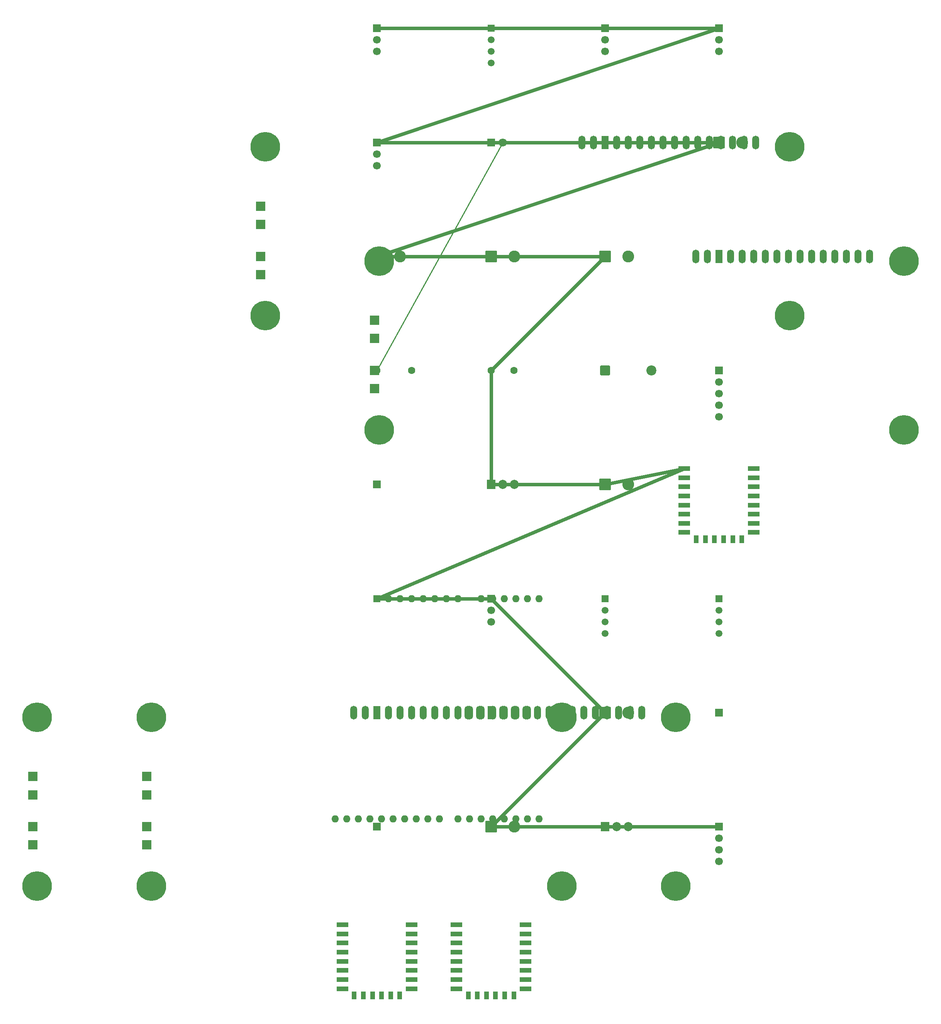
<source format=gtl>
%TF.GenerationSoftware,KiCad,Pcbnew,9.0.7*%
%TF.CreationDate,2026-02-17T01:20:27+05:30*%
%TF.ProjectId,design,64657369-676e-42e6-9b69-6361645f7063,rev?*%
%TF.SameCoordinates,Original*%
%TF.FileFunction,Copper,L1,Top*%
%TF.FilePolarity,Positive*%
%FSLAX46Y46*%
G04 Gerber Fmt 4.6, Leading zero omitted, Abs format (unit mm)*
G04 Created by KiCad (PCBNEW 9.0.7) date 2026-02-17 01:20:27*
%MOMM*%
%LPD*%
G01*
G04 APERTURE LIST*
G04 Aperture macros list*
%AMRoundRect*
0 Rectangle with rounded corners*
0 $1 Rounding radius*
0 $2 $3 $4 $5 $6 $7 $8 $9 X,Y pos of 4 corners*
0 Add a 4 corners polygon primitive as box body*
4,1,4,$2,$3,$4,$5,$6,$7,$8,$9,$2,$3,0*
0 Add four circle primitives for the rounded corners*
1,1,$1+$1,$2,$3*
1,1,$1+$1,$4,$5*
1,1,$1+$1,$6,$7*
1,1,$1+$1,$8,$9*
0 Add four rect primitives between the rounded corners*
20,1,$1+$1,$2,$3,$4,$5,0*
20,1,$1+$1,$4,$5,$6,$7,0*
20,1,$1+$1,$6,$7,$8,$9,0*
20,1,$1+$1,$8,$9,$2,$3,0*%
G04 Aperture macros list end*
%TA.AperFunction,ComponentPad*%
%ADD10R,1.700000X1.700000*%
%TD*%
%TA.AperFunction,ComponentPad*%
%ADD11C,1.700000*%
%TD*%
%TA.AperFunction,SMDPad,CuDef*%
%ADD12R,2.500000X1.000000*%
%TD*%
%TA.AperFunction,SMDPad,CuDef*%
%ADD13R,1.000000X1.800000*%
%TD*%
%TA.AperFunction,ComponentPad*%
%ADD14RoundRect,0.250000X-1.050000X-1.050000X1.050000X-1.050000X1.050000X1.050000X-1.050000X1.050000X0*%
%TD*%
%TA.AperFunction,ComponentPad*%
%ADD15C,2.600000*%
%TD*%
%TA.AperFunction,ComponentPad*%
%ADD16R,1.905000X2.000000*%
%TD*%
%TA.AperFunction,ComponentPad*%
%ADD17O,1.905000X2.000000*%
%TD*%
%TA.AperFunction,ComponentPad*%
%ADD18R,1.500000X1.500000*%
%TD*%
%TA.AperFunction,ComponentPad*%
%ADD19C,1.500000*%
%TD*%
%TA.AperFunction,ComponentPad*%
%ADD20R,1.600000X1.600000*%
%TD*%
%TA.AperFunction,ComponentPad*%
%ADD21O,1.600000X1.600000*%
%TD*%
%TA.AperFunction,ComponentPad*%
%ADD22C,6.500000*%
%TD*%
%TA.AperFunction,ComponentPad*%
%ADD23R,1.500000X3.000000*%
%TD*%
%TA.AperFunction,ComponentPad*%
%ADD24O,1.500000X3.000000*%
%TD*%
%TA.AperFunction,ComponentPad*%
%ADD25R,2.000000X2.000000*%
%TD*%
%TA.AperFunction,ComponentPad*%
%ADD26C,1.600000*%
%TD*%
%TA.AperFunction,ComponentPad*%
%ADD27RoundRect,0.249999X-0.850001X-0.850001X0.850001X-0.850001X0.850001X0.850001X-0.850001X0.850001X0*%
%TD*%
%TA.AperFunction,ComponentPad*%
%ADD28C,2.200000*%
%TD*%
%TA.AperFunction,ComponentPad*%
%ADD29R,1.800000X1.800000*%
%TD*%
%TA.AperFunction,ComponentPad*%
%ADD30C,1.800000*%
%TD*%
%TA.AperFunction,Conductor*%
%ADD31C,0.250000*%
%TD*%
%TA.AperFunction,Conductor*%
%ADD32C,0.800000*%
%TD*%
G04 APERTURE END LIST*
D10*
%TO.P,U55,1*%
%TO.N,GND*%
X125000000Y-225000000D03*
D11*
%TO.P,U55,2*%
%TO.N,N/C*%
X125000000Y-227540000D03*
%TO.P,U55,3*%
X125000000Y-230080000D03*
%TO.P,U55,4*%
X125000000Y-232620000D03*
%TD*%
D12*
%TO.P,U58,1*%
%TO.N,N/C*%
X67400000Y-246500000D03*
%TO.P,U58,2*%
X67400000Y-248500000D03*
%TO.P,U58,3*%
X67400000Y-250500000D03*
%TO.P,U58,4*%
X67400000Y-252500000D03*
%TO.P,U58,5*%
X67400000Y-254500000D03*
%TO.P,U58,6*%
X67400000Y-256500000D03*
%TO.P,U58,7*%
X67400000Y-258500000D03*
%TO.P,U58,8*%
X67400000Y-260500000D03*
D13*
%TO.P,U58,9*%
X70000000Y-262000000D03*
%TO.P,U58,10*%
X72000000Y-262000000D03*
%TO.P,U58,11*%
X74000000Y-262000000D03*
%TO.P,U58,12*%
X76000000Y-262000000D03*
%TO.P,U58,13*%
X78000000Y-262000000D03*
%TO.P,U58,14*%
X80000000Y-262000000D03*
D12*
%TO.P,U58,15*%
X82600000Y-260500000D03*
%TO.P,U58,16*%
X82600000Y-258500000D03*
%TO.P,U58,17*%
X82600000Y-256500000D03*
%TO.P,U58,18*%
X82600000Y-254500000D03*
%TO.P,U58,19*%
X82600000Y-252500000D03*
%TO.P,U58,20*%
X82600000Y-250500000D03*
%TO.P,U58,21*%
X82600000Y-248500000D03*
%TO.P,U58,22*%
X82600000Y-246500000D03*
%TD*%
D14*
%TO.P,M18,1*%
%TO.N,GND*%
X75000000Y-100000000D03*
D15*
%TO.P,M18,2*%
%TO.N,N/C*%
X80080000Y-100000000D03*
%TD*%
D12*
%TO.P,U32,1*%
%TO.N,GND*%
X117400000Y-146500000D03*
%TO.P,U32,2*%
%TO.N,N/C*%
X117400000Y-148500000D03*
%TO.P,U32,3*%
X117400000Y-150500000D03*
%TO.P,U32,4*%
X117400000Y-152500000D03*
%TO.P,U32,5*%
X117400000Y-154500000D03*
%TO.P,U32,6*%
X117400000Y-156500000D03*
%TO.P,U32,7*%
X117400000Y-158500000D03*
%TO.P,U32,8*%
X117400000Y-160500000D03*
D13*
%TO.P,U32,9*%
X120000000Y-162000000D03*
%TO.P,U32,10*%
X122000000Y-162000000D03*
%TO.P,U32,11*%
X124000000Y-162000000D03*
%TO.P,U32,12*%
X126000000Y-162000000D03*
%TO.P,U32,13*%
X128000000Y-162000000D03*
%TO.P,U32,14*%
X130000000Y-162000000D03*
D12*
%TO.P,U32,15*%
X132600000Y-160500000D03*
%TO.P,U32,16*%
X132600000Y-158500000D03*
%TO.P,U32,17*%
X132600000Y-156500000D03*
%TO.P,U32,18*%
X132600000Y-154500000D03*
%TO.P,U32,19*%
X132600000Y-152500000D03*
%TO.P,U32,20*%
X132600000Y-150500000D03*
%TO.P,U32,21*%
X132600000Y-148500000D03*
%TO.P,U32,22*%
X132600000Y-146500000D03*
%TD*%
D10*
%TO.P,U10,1*%
%TO.N,GND*%
X50000000Y-75000000D03*
D11*
%TO.P,U10,2*%
%TO.N,N/C*%
X50000000Y-77540000D03*
%TO.P,U10,3*%
X50000000Y-80080000D03*
%TD*%
D14*
%TO.P,M19,1*%
%TO.N,GND*%
X100000000Y-100000000D03*
D15*
%TO.P,M19,2*%
%TO.N,N/C*%
X105080000Y-100000000D03*
%TD*%
D16*
%TO.P,U54,1*%
%TO.N,GND*%
X100000000Y-225000000D03*
D17*
%TO.P,U54,2*%
%TO.N,N/C*%
X102540000Y-225000000D03*
%TO.P,U54,3*%
X105080000Y-225000000D03*
%TD*%
D18*
%TO.P,U39,1*%
%TO.N,N/C*%
X125000000Y-175000000D03*
D19*
%TO.P,U39,2*%
X125000000Y-177540000D03*
%TO.P,U39,3*%
X125000000Y-180080000D03*
%TO.P,U39,4*%
X125000000Y-182620000D03*
%TD*%
D14*
%TO.P,M16,1*%
%TO.N,GND*%
X125000000Y-75000000D03*
D15*
%TO.P,M16,2*%
%TO.N,N/C*%
X130080000Y-75000000D03*
%TD*%
D10*
%TO.P,U52,1*%
%TO.N,N/C*%
X50000000Y-225000000D03*
%TD*%
%TO.P,U26,1*%
%TO.N,N/C*%
X125000000Y-125000000D03*
D11*
%TO.P,U26,2*%
X125000000Y-127540000D03*
%TO.P,U26,3*%
X125000000Y-130080000D03*
%TO.P,U26,4*%
X125000000Y-132620000D03*
%TO.P,U26,5*%
X125000000Y-135160000D03*
%TD*%
D20*
%TO.P,U35,1*%
%TO.N,GND*%
X50000000Y-175000000D03*
D21*
%TO.P,U35,2*%
%TO.N,N/C*%
X52540000Y-175000000D03*
%TO.P,U35,3*%
X55080000Y-175000000D03*
%TO.P,U35,4*%
X57620000Y-175000000D03*
%TO.P,U35,5*%
X60160000Y-175000000D03*
%TO.P,U35,6*%
X62700000Y-175000000D03*
%TO.P,U35,7*%
X65240000Y-175000000D03*
%TO.P,U35,8*%
X67780000Y-175000000D03*
%TO.P,U35,9*%
X72860000Y-175000000D03*
%TO.P,U35,10*%
X75400000Y-175000000D03*
%TO.P,U35,11*%
X77940000Y-175000000D03*
%TO.P,U35,12*%
X80480000Y-175000000D03*
%TO.P,U35,13*%
X83020000Y-175000000D03*
%TO.P,U35,14*%
X85560000Y-175000000D03*
%TO.P,U35,15*%
X85560000Y-223260000D03*
%TO.P,U35,16*%
X83020000Y-223260000D03*
%TO.P,U35,17*%
X80480000Y-223260000D03*
%TO.P,U35,18*%
X77940000Y-223260000D03*
%TO.P,U35,19*%
X75400000Y-223260000D03*
%TO.P,U35,20*%
X72860000Y-223260000D03*
%TO.P,U35,21*%
X70320000Y-223260000D03*
%TO.P,U35,22*%
X67780000Y-223260000D03*
%TO.P,U35,23*%
X63720000Y-223260000D03*
%TO.P,U35,24*%
X61180000Y-223260000D03*
%TO.P,U35,25*%
X58640000Y-223260000D03*
%TO.P,U35,26*%
X56100000Y-223260000D03*
%TO.P,U35,27*%
X53560000Y-223260000D03*
%TO.P,U35,28*%
X51020000Y-223260000D03*
%TO.P,U35,29*%
X48480000Y-223260000D03*
%TO.P,U35,30*%
X45940000Y-223260000D03*
%TO.P,U35,31*%
X43400000Y-223260000D03*
%TO.P,U35,32*%
X40860000Y-223260000D03*
%TD*%
D14*
%TO.P,BT53,1*%
%TO.N,GND*%
X75000000Y-225000000D03*
D15*
%TO.P,BT53,2*%
%TO.N,N/C*%
X80080000Y-225000000D03*
%TD*%
D10*
%TO.P,U3,1*%
%TO.N,GND*%
X50000000Y-50000000D03*
D11*
%TO.P,U3,2*%
%TO.N,N/C*%
X50000000Y-52540000D03*
%TO.P,U3,3*%
X50000000Y-55080000D03*
%TD*%
D18*
%TO.P,U38,1*%
%TO.N,N/C*%
X100000000Y-175000000D03*
D19*
%TO.P,U38,2*%
X100000000Y-177540000D03*
%TO.P,U38,3*%
X100000000Y-180080000D03*
%TO.P,U38,4*%
X100000000Y-182620000D03*
%TD*%
D18*
%TO.P,U4,1*%
%TO.N,GND*%
X75000000Y-50000000D03*
D19*
%TO.P,U4,2*%
%TO.N,N/C*%
X75000000Y-52540000D03*
%TO.P,U4,3*%
X75000000Y-55080000D03*
%TO.P,U4,4*%
X75000000Y-57620000D03*
%TD*%
D12*
%TO.P,U57,1*%
%TO.N,N/C*%
X42400000Y-246500000D03*
%TO.P,U57,2*%
X42400000Y-248500000D03*
%TO.P,U57,3*%
X42400000Y-250500000D03*
%TO.P,U57,4*%
X42400000Y-252500000D03*
%TO.P,U57,5*%
X42400000Y-254500000D03*
%TO.P,U57,6*%
X42400000Y-256500000D03*
%TO.P,U57,7*%
X42400000Y-258500000D03*
%TO.P,U57,8*%
X42400000Y-260500000D03*
D13*
%TO.P,U57,9*%
X45000000Y-262000000D03*
%TO.P,U57,10*%
X47000000Y-262000000D03*
%TO.P,U57,11*%
X49000000Y-262000000D03*
%TO.P,U57,12*%
X51000000Y-262000000D03*
%TO.P,U57,13*%
X53000000Y-262000000D03*
%TO.P,U57,14*%
X55000000Y-262000000D03*
D12*
%TO.P,U57,15*%
X57600000Y-260500000D03*
%TO.P,U57,16*%
X57600000Y-258500000D03*
%TO.P,U57,17*%
X57600000Y-256500000D03*
%TO.P,U57,18*%
X57600000Y-254500000D03*
%TO.P,U57,19*%
X57600000Y-252500000D03*
%TO.P,U57,20*%
X57600000Y-250500000D03*
%TO.P,U57,21*%
X57600000Y-248500000D03*
%TO.P,U57,22*%
X57600000Y-246500000D03*
%TD*%
D22*
%TO.P,U46,*%
%TO.N,*%
X500000Y-201000000D03*
X500000Y-238000000D03*
X115500000Y-201000000D03*
X115500000Y-238000000D03*
D23*
%TO.P,U46,1*%
%TO.N,N/C*%
X75000000Y-200000000D03*
D24*
%TO.P,U46,2*%
X77540000Y-200000000D03*
%TO.P,U46,3*%
X80080000Y-200000000D03*
%TO.P,U46,4*%
X82620000Y-200000000D03*
%TO.P,U46,5*%
X85160000Y-200000000D03*
%TO.P,U46,6*%
X87700000Y-200000000D03*
%TO.P,U46,7*%
X90240000Y-200000000D03*
%TO.P,U46,8*%
X92780000Y-200000000D03*
%TO.P,U46,9*%
X95320000Y-200000000D03*
%TO.P,U46,10*%
X97860000Y-200000000D03*
%TO.P,U46,11*%
X100400000Y-200000000D03*
%TO.P,U46,12*%
X102940000Y-200000000D03*
%TO.P,U46,13*%
X105480000Y-200000000D03*
%TO.P,U46,14*%
X108020000Y-200000000D03*
%TO.P,U46,15*%
X72460000Y-200000000D03*
%TO.P,U46,16*%
X69920000Y-200000000D03*
D25*
%TO.P,U46,A1*%
X-500000Y-214000000D03*
%TO.P,U46,A2*%
X-500000Y-225000000D03*
%TO.P,U46,K1*%
X-500000Y-218000000D03*
%TO.P,U46,K2*%
X-500000Y-229000000D03*
%TD*%
D10*
%TO.P,U9,1*%
%TO.N,GND*%
X125000000Y-50000000D03*
D11*
%TO.P,U9,2*%
%TO.N,N/C*%
X125000000Y-52540000D03*
%TO.P,U9,3*%
X125000000Y-55080000D03*
%TD*%
D22*
%TO.P,U45,*%
%TO.N,*%
X-24500000Y-201000000D03*
X-24500000Y-238000000D03*
X90500000Y-201000000D03*
X90500000Y-238000000D03*
D23*
%TO.P,U45,1*%
%TO.N,N/C*%
X50000000Y-200000000D03*
D24*
%TO.P,U45,2*%
X52540000Y-200000000D03*
%TO.P,U45,3*%
X55080000Y-200000000D03*
%TO.P,U45,4*%
X57620000Y-200000000D03*
%TO.P,U45,5*%
X60160000Y-200000000D03*
%TO.P,U45,6*%
X62700000Y-200000000D03*
%TO.P,U45,7*%
X65240000Y-200000000D03*
%TO.P,U45,8*%
X67780000Y-200000000D03*
%TO.P,U45,9*%
X70320000Y-200000000D03*
%TO.P,U45,10*%
X72860000Y-200000000D03*
%TO.P,U45,11*%
X75400000Y-200000000D03*
%TO.P,U45,12*%
X77940000Y-200000000D03*
%TO.P,U45,13*%
X80480000Y-200000000D03*
%TO.P,U45,14*%
X83020000Y-200000000D03*
%TO.P,U45,15*%
X47460000Y-200000000D03*
%TO.P,U45,16*%
X44920000Y-200000000D03*
D25*
%TO.P,U45,A1*%
X-25500000Y-214000000D03*
%TO.P,U45,A2*%
X-25500000Y-225000000D03*
%TO.P,U45,K1*%
X-25500000Y-218000000D03*
%TO.P,U45,K2*%
X-25500000Y-229000000D03*
%TD*%
D26*
%TO.P,C23,1*%
%TO.N,GND*%
X75000000Y-125000000D03*
%TO.P,C23,2*%
%TO.N,N/C*%
X80000000Y-125000000D03*
%TD*%
D22*
%TO.P,U21,*%
%TO.N,*%
X50500000Y-101000000D03*
X50500000Y-138000000D03*
X165500000Y-101000000D03*
X165500000Y-138000000D03*
D23*
%TO.P,U21,1*%
%TO.N,N/C*%
X125000000Y-100000000D03*
D24*
%TO.P,U21,2*%
X127540000Y-100000000D03*
%TO.P,U21,3*%
X130080000Y-100000000D03*
%TO.P,U21,4*%
X132620000Y-100000000D03*
%TO.P,U21,5*%
X135160000Y-100000000D03*
%TO.P,U21,6*%
X137700000Y-100000000D03*
%TO.P,U21,7*%
X140240000Y-100000000D03*
%TO.P,U21,8*%
X142780000Y-100000000D03*
%TO.P,U21,9*%
X145320000Y-100000000D03*
%TO.P,U21,10*%
X147860000Y-100000000D03*
%TO.P,U21,11*%
X150400000Y-100000000D03*
%TO.P,U21,12*%
X152940000Y-100000000D03*
%TO.P,U21,13*%
X155480000Y-100000000D03*
%TO.P,U21,14*%
X158020000Y-100000000D03*
%TO.P,U21,15*%
X122460000Y-100000000D03*
%TO.P,U21,16*%
X119920000Y-100000000D03*
D25*
%TO.P,U21,A1*%
X49500000Y-114000000D03*
%TO.P,U21,A2*%
X49500000Y-125000000D03*
%TO.P,U21,K1*%
X49500000Y-118000000D03*
%TO.P,U21,K2*%
X49500000Y-129000000D03*
%TD*%
D27*
%TO.P,D25,1*%
%TO.N,N/C*%
X100000000Y-125000000D03*
D28*
%TO.P,D25,2*%
X110160000Y-125000000D03*
%TD*%
D10*
%TO.P,J51,1*%
%TO.N,N/C*%
X125000000Y-200000000D03*
%TD*%
D16*
%TO.P,U29,1*%
%TO.N,GND*%
X75000000Y-150000000D03*
D17*
%TO.P,U29,2*%
%TO.N,N/C*%
X77540000Y-150000000D03*
%TO.P,U29,3*%
X80080000Y-150000000D03*
%TD*%
D14*
%TO.P,BT30,1*%
%TO.N,GND*%
X100000000Y-150000000D03*
D15*
%TO.P,BT30,2*%
%TO.N,N/C*%
X105080000Y-150000000D03*
%TD*%
D10*
%TO.P,J27,1*%
%TO.N,N/C*%
X50000000Y-150000000D03*
%TD*%
D14*
%TO.P,M17,1*%
%TO.N,GND*%
X50000000Y-100000000D03*
D15*
%TO.P,M17,2*%
%TO.N,N/C*%
X55080000Y-100000000D03*
%TD*%
D22*
%TO.P,U13,*%
%TO.N,*%
X25500000Y-76000000D03*
X25500000Y-113000000D03*
X140500000Y-76000000D03*
X140500000Y-113000000D03*
D23*
%TO.P,U13,1*%
%TO.N,N/C*%
X100000000Y-75000000D03*
D24*
%TO.P,U13,2*%
X102540000Y-75000000D03*
%TO.P,U13,3*%
X105080000Y-75000000D03*
%TO.P,U13,4*%
X107620000Y-75000000D03*
%TO.P,U13,5*%
X110160000Y-75000000D03*
%TO.P,U13,6*%
X112700000Y-75000000D03*
%TO.P,U13,7*%
X115240000Y-75000000D03*
%TO.P,U13,8*%
X117780000Y-75000000D03*
%TO.P,U13,9*%
X120320000Y-75000000D03*
%TO.P,U13,10*%
X122860000Y-75000000D03*
%TO.P,U13,11*%
X125400000Y-75000000D03*
%TO.P,U13,12*%
X127940000Y-75000000D03*
%TO.P,U13,13*%
X130480000Y-75000000D03*
%TO.P,U13,14*%
X133020000Y-75000000D03*
%TO.P,U13,15*%
X97460000Y-75000000D03*
%TO.P,U13,16*%
X94920000Y-75000000D03*
D25*
%TO.P,U13,A1*%
X24500000Y-89000000D03*
%TO.P,U13,A2*%
X24500000Y-100000000D03*
%TO.P,U13,K1*%
X24500000Y-93000000D03*
%TO.P,U13,K2*%
X24500000Y-104000000D03*
%TD*%
D10*
%TO.P,U5,1*%
%TO.N,GND*%
X100000000Y-50000000D03*
D11*
%TO.P,U5,2*%
%TO.N,N/C*%
X100000000Y-52540000D03*
%TO.P,U5,3*%
X100000000Y-55080000D03*
%TD*%
D14*
%TO.P,M48,1*%
%TO.N,GND*%
X100000000Y-200000000D03*
D15*
%TO.P,M48,2*%
%TO.N,N/C*%
X105080000Y-200000000D03*
%TD*%
D29*
%TO.P,D12,1*%
%TO.N,GND*%
X75000000Y-75000000D03*
D30*
%TO.P,D12,2*%
%TO.N,Net-(D12-R22)*%
X77540000Y-75000000D03*
%TD*%
D26*
%TO.P,R22,1*%
%TO.N,Net-(D12-R22)*%
X50000000Y-125000000D03*
%TO.P,R22,2*%
%TO.N,N/C*%
X57620000Y-125000000D03*
%TD*%
D10*
%TO.P,U37,1*%
%TO.N,GND*%
X75000000Y-175000000D03*
D11*
%TO.P,U37,2*%
%TO.N,N/C*%
X75000000Y-177540000D03*
%TO.P,U37,3*%
X75000000Y-180080000D03*
%TD*%
D31*
%TO.N,Net-(D12-R22)*%
X77540000Y-75000000D02*
X50000000Y-125000000D01*
D32*
%TO.N,GND*%
X50000000Y-50000000D02*
X75000000Y-50000000D01*
X100000000Y-100000000D02*
X75000000Y-125000000D01*
X75000000Y-125000000D02*
X75000000Y-150000000D01*
X50000000Y-175000000D02*
X75000000Y-175000000D01*
X50000000Y-75000000D02*
X75000000Y-75000000D01*
X75000000Y-75000000D02*
X125000000Y-75000000D01*
X75000000Y-150000000D02*
X100000000Y-150000000D01*
X50000000Y-100000000D02*
X75000000Y-100000000D01*
X100000000Y-225000000D02*
X125000000Y-225000000D01*
X75000000Y-50000000D02*
X100000000Y-50000000D01*
X100000000Y-200000000D02*
X75000000Y-225000000D01*
X125000000Y-75000000D02*
X50000000Y-100000000D01*
X100000000Y-50000000D02*
X125000000Y-50000000D01*
X117400000Y-146500000D02*
X50000000Y-175000000D01*
X75000000Y-100000000D02*
X100000000Y-100000000D01*
X125000000Y-50000000D02*
X50000000Y-75000000D01*
X75000000Y-225000000D02*
X100000000Y-225000000D01*
X100000000Y-150000000D02*
X117400000Y-146500000D01*
X75000000Y-175000000D02*
X100000000Y-200000000D01*
%TD*%
M02*

</source>
